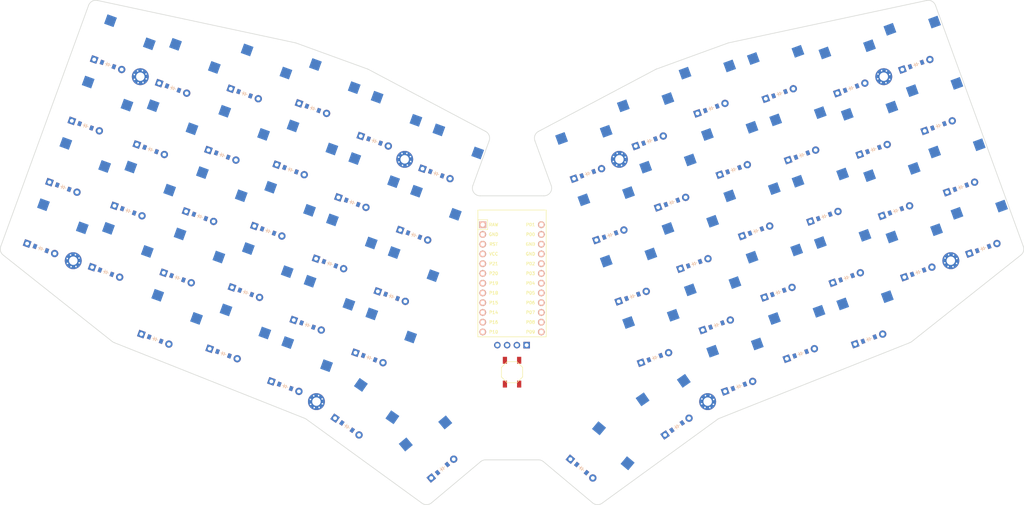
<source format=kicad_pcb>
(kicad_pcb (version 20241229) (generator "pcbnew") (generator_version "9.0")
  (title_block (title "tutorial") (rev "v1.0.0") (company "Unknown"))
  (layers (0 "F.Cu" signal) (2 "B.Cu" signal) (13 "F.Paste" user) (15 "B.Paste" user) (5 "F.SilkS" user) (7 "B.SilkS" user) (1 "F.Mask" user) (3 "B.Mask" user) (25 "Edge.Cuts" user))
  (net 0 "")
  (net 1 "P14")
  (net 2 "outer_bottom")
  (net 3 "outer_home")
  (net 4 "outer_top")
  (net 5 "outer_num")
  (net 6 "P16")
  (net 7 "pinky_bottom")
  (net 8 "pinky_home")
  (net 9 "pinky_top")
  (net 10 "pinky_num")
  (net 11 "ring_mod")
  (net 12 "P10")
  (net 13 "ring_bottom")
  (net 14 "ring_home")
  (net 15 "ring_top")
  (net 16 "ring_num")
  (net 17 "middle_mod")
  (net 18 "P7")
  (net 19 "middle_bottom")
  (net 20 "middle_home")
  (net 21 "middle_top")
  (net 22 "middle_num")
  (net 23 "index_mod")
  (net 24 "P8")
  (net 25 "index_bottom")
  (net 26 "index_home")
  (net 27 "index_top")
  (net 28 "index_num")
  (net 29 "P9")
  (net 30 "inner_bottom")
  (net 31 "inner_home")
  (net 32 "inner_top")
  (net 33 "inner_num")
  (net 34 "layer_cluster")
  (net 35 "space_cluster")
  (net 36 "mirror_outer_bottom")
  (net 37 "mirror_outer_home")
  (net 38 "mirror_outer_top")
  (net 39 "mirror_outer_num")
  (net 40 "mirror_pinky_bottom")
  (net 41 "mirror_pinky_home")
  (net 42 "mirror_pinky_top")
  (net 43 "mirror_pinky_num")
  (net 44 "mirror_ring_mod")
  (net 45 "mirror_ring_bottom")
  (net 46 "mirror_ring_home")
  (net 47 "mirror_ring_top")
  (net 48 "mirror_ring_num")
  (net 49 "mirror_middle_mod")
  (net 50 "mirror_middle_bottom")
  (net 51 "mirror_middle_home")
  (net 52 "mirror_middle_top")
  (net 53 "mirror_middle_num")
  (net 54 "mirror_index_mod")
  (net 55 "mirror_index_bottom")
  (net 56 "mirror_index_home")
  (net 57 "mirror_index_top")
  (net 58 "mirror_index_num")
  (net 59 "mirror_inner_bottom")
  (net 60 "mirror_inner_home")
  (net 61 "mirror_inner_top")
  (net 62 "mirror_inner_num")
  (net 63 "mirror_layer_cluster")
  (net 64 "mirror_space_cluster")
  (net 65 "P18")
  (net 66 "P19")
  (net 67 "P20")
  (net 68 "P21")
  (net 69 "P15")
  (net 70 "P5")
  (net 71 "P4")
  (net 72 "P0")
  (net 73 "P1")
  (net 74 "P6")
  (net 75 "RAW")
  (net 76 "GND")
  (net 77 "RST")
  (net 78 "VCC")
  (net 79 "P2")
  (net 80 "P3")
  (footprint "E73:SW_TACT_ALPS_SKQGABE010" (layer "F.Cu") (at 186.452004 149.098264 -90)
    (property "Reference" "B1" (hide yes))
    (property "Value" "" (hide yes))
  )
  (footprint "ComboDiode" (layer "F.Cu") (at 81.314517 68.970641 -20)
    (property "Reference" "D4" (hide yes))
    (property "Value" "" (hide yes))
  )
  (footprint "PG1350" (layer "F.Cu") (at 290.40795 118.352864 20)
    (property "Reference" "S34" (hide yes))
    (property "Value" "" (hide yes))
  )
  (footprint "MountingHole_2.2mm_M2_Pad_Via" (layer "F.Cu") (at 158.524084 93.667257 -20)
    (property "Reference" "_3" (hide yes))
    (property "Value" "")
  )
  (footprint "ComboDiode" (layer "F.Cu") (at 117.180042 128.316358 -20)
    (property "Reference" "D15" (hide yes))
    (property "Value" "" (hide yes))
  )
  (footprint "ComboDiode" (layer "F.Cu") (at 122.994385 112.341584 -20)
    (property "Reference" "D16" (hide yes))
    (property "Value" "" (hide yes))
  )
  (footprint "PG1350" (layer "F.Cu") (at 156.823319 124.654309 -20)
    (property "Reference" "S25" (hide yes))
    (property "Value" "" (hide yes))
  )
  (footprint "ComboDiode" (layer "F.Cu") (at 166.741903 97.403223 -20)
    (property "Reference" "D27" (hide yes))
    (property "Value" "" (hide yes))
  )
  (footprint "ComboDiode" (layer "F.Cu") (at 223.605132 145.327546 20)
    (property "Reference" "D53" (hide yes))
    (property "Value" "" (hide yes))
  )
  (footprint "PG1350" (layer "F.Cu") (at 220.511421 84.199165 20)
    (property "Reference" "S52" (hide yes))
    (property "Value" "" (hide yes))
  )
  (footprint "ComboDiode" (layer "F.Cu") (at 256.050456 76.584903 20)
    (property "Reference" "D42" (hide yes))
    (property "Value" "" (hide yes))
  )
  (footprint "PG1350" (layer "F.Cu") (at 271.783382 119.810764 20)
    (property "Reference" "S39" (hide yes))
    (property "Value" "" (hide yes))
  )
  (footprint "PG1350" (layer "F.Cu") (at 278.779265 86.403315 20)
    (property "Reference" "S36" (hide yes))
    (property "Value" "" (hide yes))
  )
  (footprint "ComboDiode" (layer "F.Cu") (at 128.808727 96.366809 -20)
    (property "Reference" "D17" (hide yes))
    (property "Value" "" (hide yes))
  )
  (footprint "PG1350" (layer "F.Cu") (at 77.210275 80.246953 -20)
    (property "Reference" "S3" (hide yes))
    (property "Value" "" (hide yes))
  )
  (footprint "PG1350" (layer "F.Cu") (at 129.135217 148.098264 -20)
    (property "Reference" "S19" (hide yes))
    (property "Value" "" (hide yes))
  )
  (footprint "PG1350" (layer "F.Cu") (at 260.154697 87.861215 20)
    (property "Reference" "S41" (hide yes))
    (property "Value" "" (hide yes))
  )
  (footprint "PG1350" (layer "F.Cu") (at 254.013865 123.617895 20)
    (property "Reference" "S44" (hide yes))
    (property "Value" "" (hide yes))
  )
  (footprint "ComboDiode" (layer "F.Cu") (at 255.723965 128.316358 20)
    (property "Reference" "D44" (hide yes))
    (property "Value" "" (hide yes))
  )
  (footprint "ComboDiode" (layer "F.Cu") (at 143.522097 163.263044 -35)
    (property "Reference" "D28" (hide yes))
    (property "Value" "" (hide yes))
  )
  (footprint "PG1350" (layer "F.Cu") (at 118.890143 123.617895 -20)
    (property "Reference" "S15" (hide yes))
    (property "Value" "" (hide yes))
  )
  (footprint "MountingHole_2.2mm_M2_Pad_Via" (layer "F.Cu") (at 214.379924 93.667257 20)
    (property "Reference" "_7" (hide yes))
    (property "Value" "")
  )
  (footprint "ComboDiode" (layer "F.Cu") (at 139.053801 120.847178 -20)
    (property "Reference" "D21" (hide yes))
    (property "Value" "" (hide yes))
  )
  (footprint "ComboDiode" (layer "F.Cu") (at 105.224867 108.534453 -20)
    (property "Reference" "D11" (hide yes))
    (property "Value" "" (hide yes))
  )
  (footprint "ComboDiode" (layer "F.Cu") (at 228.035864 104.872403 20)
    (property "Reference" "D51" (hide yes))
    (property "Value" "" (hide yes))
  )
  (footprint "ComboDiode" (layer "F.Cu") (at 133.239459 136.821952 -20)
    (property "Reference" "D20" (hide yes))
    (property "Value" "" (hide yes))
  )
  (footprint "ComboDiode" (layer "F.Cu") (at 150.682486 88.897629 -20)
    (property "Reference" "D23" (hide yes))
    (property "Value" "" (hide yes))
  )
  (footprint "ComboDiode" (layer "F.Cu") (at 206.162104 97.403223 20)
    (property "Reference" "D56" (hide yes))
    (property "Value" "" (hide yes))
  )
  (footprint "ComboDiode" (layer "F.Cu") (at 261.538308 144.291133 20)
    (property "Reference" "D43" (hide yes))
    (property "Value" "" (hide yes))
  )
  (footprint "ComboDiode" (layer "F.Cu") (at 92.414642 91.101778 -20)
    (property "Reference" "D7" (hide yes))
    (property "Value" "" (hide yes))
  )
  (footprint "ComboDiode" (layer "F.Cu") (at 144.868144 104.872403 -20)
    (property "Reference" "D22" (hide yes))
    (property "Value" "" (hide yes))
  )
  (footprint "PG1350" (layer "F.Cu") (at 242.38518 91.668346 20)
    (property "Reference" "S46" (hide yes))
    (property "Value" "" (hide yes))
  )
  (footprint "ComboDiode" (layer "F.Cu") (at 93.596182 140.484002 -20)
    (property "Reference" "D9" (hide yes))
    (property "Value" "" (hide yes))
  )
  (footprint "ComboDiode" (layer "F.Cu") (at 233.850206 120.847178 20)
    (property "Reference" "D50" (hide yes))
    (property "Value" "" (hide yes))
  )
  (footprint "PG1350" (layer "F.Cu") (at 146.389979 159.167283 -35)
    (property "Reference" "S28" (hide yes))
    (property "Value" "" (hide yes))
  )
  (footprint "ComboDiode" (layer "F.Cu") (at 99.410525 124.509227 -20)
    (property "Reference" "D10" (hide yes))
    (property "Value" "" (hide yes))
  )
  (footprint "PG1350" (layer "F.Cu") (at 259.828207 139.59267 20)
    (property "Reference" "S43" (hide yes))
    (property "Value" "" (hide yes))
  )
  (footprint "PG1350" (layer "F.Cu") (at 71.395933 96.221727 -20)
    (property "Reference" "S2" (hide yes))
    (property "Value" "" (hide yes))
  )
  (footprint "PG1350" (layer "F.Cu") (at 101.120625 119.810764 -20)
    (property "Reference" "S10" (hide yes))
    (property "Value" "" (hide yes))
  )
  (footprint "PG1350" (layer "F.Cu") (at 216.080689 124.654309 20)
    (property "Reference" "S54" (hide yes))
    (property "Value" "" (hide yes))
  )
  (footprint "ComboDiode" (layer "F.Cu") (at 244.09528 96.366809 20)
    (property "Reference" "D46" (hide yes))
    (property "Value" "" (hide yes))
  )
  (footprint "PG1350" (layer "F.Cu") (at 254.340355 71.88644 20)
    (property "Reference" "S42" (hide yes))
    (property "Value" "" (hide yes))
  )
  (footprint "PG1350" (layer "F.Cu") (at 162.637661 108.679534 -20)
    (property "Reference" "S26" (hide yes))
    (property "Value" "" (hide yes))
  )
  (footprint "ComboDiode" (layer "F.Cu") (at 98.228984 75.127004 -20)
    (property "Reference" "D8" (hide yes))
    (property "Value" "" (hide yes))
  )
  (footprint "ComboDiode" (layer "F.Cu") (at 111.3657 144.291133 -20)
    (property "Reference" "D14" (hide yes))
    (property "Value" "" (hide yes))
  )
  (footprint "PG1350" (layer "F.Cu") (at 113.0758 139.59267 -20)
    (property "Reference" "S14" (hide yes))
    (property "Value" "" (hide yes))
  )
  (footprint "ComboDiode" (layer "F.Cu") (at 222.221521 88.897629 20)
    (property "Reference" "D52" (hide yes))
    (property "Value" "" (hide yes))
  )
  (footprint "ComboDiode" (layer "F.Cu") (at 291.589491 68.970641 20)
    (property "Reference" "D33" (hide yes))
    (property "Value" "" (hide yes))
  )
  (footprint "ComboDiode" (layer "F.Cu") (at 229.381911 163.263044 35)
    (property "Reference" "D57" (hide yes))
    (property "Value" "" (hide yes))
  )
  (footprint "MountingHole_2.2mm_M2_Pad_Via" (layer "F.Cu") (at 135.557431 156.767616 -20)
    (property "Reference" "_4" (hide yes))
    (property "Value" "")
  )
  (footprint "PG1350" (layer "F.Cu") (at 265.96904 103.835989 20)
    (property "Reference" "S40" (hide yes))
    (property "Value" "" (hide yes))
  )
  (footprint "ComboDiode" (layer "F.Cu") (at 280.489366 91.101778 20)
    (property "Reference" "D36" (hide yes))
    (property "Value" "" (hide yes))
  )
  (footprint "PG1350" (layer "F.Cu") (at 226.325763 100.17394 20)
    (property "Reference" "S51" (hide yes))
    (property "Value" "" (hide yes))
  )
  (footprint "PG1350" (layer "F.Cu") (at 95.306283 135.785539 -20)
    (property "Reference" "S9" (hide yes))
    (property "Value" "" (hide yes))
  )
  (footprint "ComboDiode" (layer "F.Cu") (at 134.623069 80.392034 -20)
    (property "Reference" "D18" (hide yes))
    (property "Value" "" (hide yes))
  )
  (footprint "ComboDiode" (layer "F.Cu") (at 261.864798 92.559678 20)
    (property "Reference" "D41" (hide yes))
    (property "Value" "" (hide yes))
  )
  (footprint "ComboDiode" (layer "F.Cu") (at 279.307825 140.484002 20)
    (property "Reference" "D38" (hide yes))
    (property "Value" "" (hide yes))
  )
  (footprint "ComboDiode" (layer "F.Cu") (at 245.478891 152.796727 20)
    (property "Reference" "D48" (hide yes))
    (property "Value" "" (hide yes))
  )
  (footprint "PG1350" (layer "F.Cu") (at 277.597725 135.785539 20)
    (property "Reference" "S38" (hide yes))
    (property "Value" "" (hide yes))
  )
  (footprint "PG1350" (layer "F.Cu") (at 221.895031 140.629083 20)
    (property "Reference" "S53" (hide yes))
    (property "Value" "" (hide yes))
  )
  (footprint "PG1350" (layer "F.Cu") (at 112.74931 87.861215 -20)
    (property "Reference" "S12" (hide yes))
    (property "Value" "" (hide yes))
  )
  (footprint "MountingHole_2.2mm_M2_Pad_Via" (layer "F.Cu") (at 300.609486 120.067116 20)
    (property "Reference" "_6" (hide yes))
    (property "Value" "")
  )
  (footprint "PG1350" (layer "F.Cu") (at 94.124742 86.403315 -20)
    (property "Reference" "S7" (hide yes))
    (property "Value" "" (hide yes))
  )
  (footprint "ComboDiode" (layer "F.Cu") (at 86.600299 107.076553 -20)
    (property "Reference" "D6" (hide yes))
    (property "Value" "" (hide yes))
  )
  (footprint "ComboDiode" (layer "F.Cu") (at 297.403833 84.945416 20)
    (property "Reference" "D32" (hide yes))
    (property "Value" "" (hide yes))
  )
  (footprint "ComboDiode" (layer "F.Cu") (at 274.675023 75.127004 20)
    (property "Reference" "D37" (hide yes))
    (property "Value" "" (hide yes))
  )
  (footprint "ComboDiode" (layer "F.Cu") (at 309.032518 116.894965 20)
    (property "Reference" "D30" (hide yes))
    (property "Value" "" (hide yes))
  )
  (footprint "PG1350" (layer "F.Cu") (at 130.518828 91.668346 -20)
    (property "Reference" "S17" (hide yes))
    (property "Value" "" (hide yes))
  )
  (footprint "ProMicro" (layer "F.Cu") (at 186.452004 124.654309 -90)
    (property "Reference" "MCU1" (hide yes))
    (property "Value" "" (hide yes))
  )
  (footprint "ComboDiode" (layer "F.Cu") (at 238.280938 80.392034 20)
    (property "Reference" "D47" (hide yes))
    (property "Value" "" (hide yes))
  )
  (footprint "ComboDiode" (layer "F.Cu") (at 63.871489 116.894965 -20)
    (property "Reference" "D1" (hide yes))
    (property "Value" "" (hide yes))
  )
  (footprint "ComboDiode" (layer "F.Cu") (at 303.218176 100.92019 20)
    (property "Reference" "D31" (hide yes))
    (property "Value" "" (hide yes))
  )
  (footprint "ComboDiode" (layer "F.Cu") (at 217.790789 129.352772 20)
    (property "Reference" "D54" (hide yes))
    (property "Value" "" (hide yes))
  )
  (footprint "PG1350" (layer "F.Cu") (at 248.199522 107.64312 20)
    (property "Reference" "S45" (hide yes))
    (property "Value" "" (hide yes))
  )
  (footprint "PG1350" (layer "F.Cu") (at 237.954448 132.123489 20)
    (property "Reference" "S49" (hide yes))
    (property "Value" "" (hide yes))
  )
  (footprint "PG1350" (layer "F.Cu") (at 236.570837 75.693571 20)
    (property "Reference" "S47" (hide yes))
    (property "Value" "" (hide yes))
  )
  (footprint "PG1350" (layer "F.Cu") (at 83.024618 64.272178 -20)
    (property "Reference" "S4" (hide yes))
    (property "Value" "" (hide yes))
  )
  (footprint "PG1350" (layer "F.Cu") (at 151.008976 140.629083 -20)
    (property "Reference" "S24" (hide yes))
    (property "Value" "" (hide yes))
  )
  (footprint "ComboDiode" (layer "F.Cu") (at 292.118051 123.051328 20)
    (property "Reference" "D34" (hide yes))
    (property "Value" "" (hide yes))
  )
  (footprint "PG1350" (layer "F.Cu") (at 284.593608 102.37809 20)
    (property "Reference" "S35" (hide yes))
    (property "Value" "" (hide yes))
  )
  (footprint "MountingHole_2.2mm_M2_Pad_Via" (layer "F.Cu") (at 283.166459 72.142792 20)
    (property "Reference" "_5" (hide yes))
    (property "Value" "")
  )
  (footprint "PG1350" (layer "F.Cu") (at 106.934968 103.835989 -20)
    (property "Reference" "S11" (hide yes))
    (property "Value" "" (hide yes))
  )
  (footprint "ComboDiode" (layer "F.Cu") (at 149.298876 145.327546 -20)
    (property "Reference" "D24" (hide yes))
    (property "Value" "" (hide yes))
  )
  (footprint "PG1350" (layer "F.Cu") (at 210.266346 108.679534 20)
    (property "Reference" "S55" (hide yes))
    (property "Value" "" (hide yes))
  )
  (footprint "ComboDiode" (layer "F.Cu") (at 239.664549 136.821952 20)
    (property "Reference" "D49" (hide yes))
    (property "Value" "" (hide yes))
  )
  (footprint "ComboDiode" (layer "F.Cu") (at 69.685832 100.92019 -20)
    (property "Reference" "D2" (hide yes))
    (property "Value" "" (hide yes))
  )
  (footprint "PG1350" (layer "F.Cu") (at 82.496057 118.352864 -20)
    (property "Reference" "S5" (hide yes))
    (property "Value" "" (hide yes))
  )
  (footprint "ComboDiode" (layer "F.Cu") (at 273.493483 124.509227 20)
    (property "Reference" "D39" (hide yes))
    (property "Value" "" (hide yes))
  )
  (footprint "PG1350" (layer "F.Cu") (at 307.322417 112.196502 20)
    (property "Reference" "S30" (hide yes))
    (property "Value" "" (hide yes))
  )
  (footprint "MountingHole_2.2mm_M2_Pad_Via" (layer "F.Cu") (at 237.346577 156.767616 20)
    (property "Reference" "_8" (hide yes))
    (property "Value" "")
  )
  (footprint "PG1350" (layer "F.Cu") (at 168.452004 92.70476 -20)
    (property "Reference" "S27" (hide yes))
    (property "Value" "" (hide yes))
  )
  (footprint "PG1350" (layer "F.Cu") (at 207.765121 170.374335 -40)
    (property "Reference" "S58" (hide yes))
    (property "Value" "" (hide yes))
  )
  (footprint "ComboDiode" (layer "F.Cu") (at 127.425117 152.796727 -20)
    (property "Reference" "D19" (hide yes))
    (property "Value" "" (hide yes))
  )
  (footprint "PG1350" (layer "F.Cu") (at 204.452004 92.70476 20)
    (property "Reference" "S56" (hide yes))
    (property "Value" "" (hide yes))
  )
  (footprint "lib:OLED_headers" (layer "F.Cu") (at 180.452004 143.654309 90)
    (property "Reference" "OLED1" (hide yes))
    (property "Value" "OLED")
  )
  (footprint "PG1350" (layer "F.Cu") (at 140.763902 116.148715 -20)
    (property "Reference" "S21" (hide yes))
    (property "Value" "" (hide yes))
  )
  (footprint "ComboDiode" (layer "F.Cu") (at 267.67914 108.534453 20)
    (property "Reference" "D40" (hide yes))
    (property "Value" "" (hide yes))
  )
  (footprint "PG1350" (layer "F.Cu") (at 243.76879 148.098264 20)
    (property "Reference" "S48" (hide yes))
    (property "Value" "" (hide yes))
  )
  (footprint "PG1350" (layer "F.Cu") (at 146.578245 100.17394 -20)
    (property "Reference" "S22" (hide yes))
    (property "Value" "" (hide yes))
  )
  (footprint "PG1350" (layer "F.Cu") (at 136.33317 75.693571 -20)
    (property "Reference" "S18" (hide yes))
    (property "Value" "" (hide yes))
  )
  (footprint "PG1350" (layer "F.Cu") (at 272.964923 70.428541 20)
    (property "Reference" "S37" (hide yes))
    (property "Value" "" (hide yes))
  )
  (footprint "ComboDiode" (layer "F.Cu") (at 155.113218 129.352772 -20)
    (property "Reference" "D25" (hide yes))
    (property "Value" "" (hide yes))
  )
  (footprint "ComboDiode" (layer "F.Cu") (at 204.551183 174.204557 -40)
    (property "Reference" "D58" (hide yes))
    (property "Value" "" (hide yes))
  )
  (footprint "PG1350" (layer "F.Cu") (at 134.94956 132.123489 -20)
    (property "Reference" "S20" (hide yes))
    (property "Value" "" (hide yes))
  )
  (footprint "MountingHole_2.2mm_M2_Pad_Via" (layer "F.Cu") (at 89.737548 72.142792 -20)
    (property "Reference" "_1" (hide yes))
    (property "Value" "")
  )
  (footprint "MountingHole_2.2mm_M2_Pad_Via" (layer "F.Cu") (at 72.294521 120.067116 -20)
    (property "Reference" "_2" (hide yes))
    (property "Value" "")
  )
  (footprint "ComboDiode" (layer "F.Cu") (at 111.039209 92.559678 -20)
    (property "Reference" "D12" (hide yes))
    (property "Value" "" (hide yes))
  )
  (footprint "PG1350" (layer "F.Cu") (at 124.704485 107.64312 -20)
    (property "Reference" "S16" (hide yes))
    (property "Value" "" (hide yes))
  )
  (footprint "PG1350" (layer "F.Cu") (at 152.392587 84.199165 -20)
    (property "Reference" "S23" (hide yes))
    (property "Value" "" (hide yes))
  )
  (footprint "PG1350" (layer "F.Cu") (at 65.58159 112.196502 -20)
    (property "Reference" "S1" (hide yes))
    (property "Value" "" (hide yes))
  )
  (footprint "ComboDiode" (layer "F.Cu") (at 160.927561 113.377997 -20)
    (property "Reference" "D26" (hide yes))
    (property "Value" "" (hide yes))
  )
  (footprint "PG1350" (layer "F.Cu") (at 226.514029 159.167283 35)
    (property "Reference" "S57" (hide yes))
    (property "Value" "" (hide yes))
  )
  (footprint "ComboDiode" (layer "F.Cu") (at 286.303708 107.076553 20)
    (property "Reference" "D35" (hide yes))
    (property "Value" "" (hide yes))
  )
  (footprint "ComboDiode" (layer "F.Cu") (at 80.785957 123.051328 -20)
    (property "Reference" "D5" (hide yes))
    (property "Value" "" (hide yes))
  )
  (footprint "PG1350" (layer "F.Cu") (at 165.138887 170.374335 40)
    (property "Reference" "S29" (hide yes))
    (property "Value" "" (hide yes))
  )
  (footprint "PG1350" (layer "F.Cu") (at 118.563653 71.88644 -20)
    (property "Reference" "S13" (hide yes))
    (property "Value" "" (hide yes))
  )
  (footprint "ComboDiode" (layer "F.Cu") (at 75.500174 84.945416 -20)
    (property "Reference" "D3" (hide yes))
    (property "Value" "" (hide yes))
  )
  (footprint "ComboDiode" (layer "F.Cu") (at 116.853552 76.584903 -20)
    (property "Reference" "D13" (hide yes))
    (property "Value" "" (hide yes))
  )
  (footprint "PG1350" (layer "F.Cu") (at 295.693732 80.246953 20)
    (property "Reference" "S32" (hide yes))
    (property "Value" "" (hide yes))
  )
  (footprint "ComboDiode" (layer "F.Cu") (at 249.909623 112.341584 20)
    (property "Reference" "D45" (hide yes))
    (property "Value" "" (hide yes))
  )
  (footprint "PG1350" (layer "F.Cu") (at 88.3104 102.37809 -20)
    (property "Reference" "S6" (hide yes))
    (property "Value" "" (hide yes))
  )
  (footprint "PG1350" (layer "F.Cu") (at 99.939085 70.428541 -20)
    (property "Reference" "S8" (hide yes))
    (property "Value" "" (hide yes))
  )
  (footprint "PG1350" (layer "F.Cu") (at 232.140105 116.148715 20)
    (property "Reference" "S50" (hide yes))
    (property "Value" "" (hide yes))
  )
  (footprint "ComboDiode" (layer "F.Cu") (at 168.352825 174.204557 40)
    (property "Reference" "D29" (hide yes))
    (property "Value" "" (hide yes))
  )
  (footprint "ComboDiode" (layer "F.Cu") (at 211.976447 113.377997 20)
    (property "Reference" "D55" (hide yes))
    (property "Value" "" (hide yes))
  )
  (footprint "PG1350" (layer "F.Cu") (at 301.508075 96.221727 20)
    (property "Reference" "S31" (hide yes))
    (property "Value" "" (hide yes))
  )
  (footprint "PG1350" (layer "F.Cu") (at 289.87939 64.272178 20)
    (property "Reference" "S33" (hide yes))
    (property "Value" "" (hide yes))
  )
  (gr_line (start 180.502521 88.834281) (end 176.26069 100.488615) (stroke (width 0.15)) (layer "Edge.Cuts"))
  (gr_line (start 149.101438 70.251388) (end 179.559216 86.382826) (stroke (width 0.15)) (layer "Edge.Cuts"))
  (gr_line (start 289.970298 141.401208) (end 240.388094 161.120571) (stroke (width 0.15)) (layer "Edge.Cuts"))
  (gr_line (start 193.344791 86.382826) (end 223.802569 70.251388) (stroke (width 0.15)) (layer "Edge.Cuts"))
  (gr_arc (start 54.064635 118.599465) (mid 53.383284 117.57681) (end 53.428501 116.348796) (stroke (width 0.15)) (layer "Edge.Cuts"))
  (gr_line (start 130.315325 63.393566) (end 148.849398 70.139417) (stroke (width 0.15)) (layer "Edge.Cuts"))
  (gr_arc (start 178.28655 172.396208) (mid 178.888085 172.048912) (end 179.572125 171.928297) (stroke (width 0.15)) (layer "Edge.Cuts"))
  (gr_arc (start 132.515914 161.120571) (mid 132.74189 161.227245) (end 132.9528 161.361265) (stroke (width 0.15)) (layer "Edge.Cuts"))
  (gr_line (start 239.951207 161.361265) (end 209.878915 183.22222) (stroke (width 0.15)) (layer "Edge.Cuts"))
  (gr_arc (start 196.643318 100.488616) (mid 196.402237 102.319809) (end 194.763933 103.172656) (stroke (width 0.15)) (layer "Edge.Cuts"))
  (gr_arc (start 294.324348 52.289717) (mid 295.711543 52.495312) (end 296.622726 53.561297) (stroke (width 0.15)) (layer "Edge.Cuts"))
  (gr_line (start 178.28655 172.396208) (end 165.486666 183.136586) (stroke (width 0.15)) (layer "Edge.Cuts"))
  (gr_arc (start 148.849398 70.139417) (mid 148.97735 70.191053) (end 149.101438 70.251388) (stroke (width 0.15)) (layer "Edge.Cuts"))
  (gr_arc (start 165.486666 183.136586) (mid 164.270625 183.603288) (end 163.025092 183.22222) (stroke (width 0.15)) (layer "Edge.Cuts"))
  (gr_arc (start 319.475507 116.348795) (mid 319.520724 117.576809) (end 318.839373 118.599465) (stroke (width 0.15)) (layer "Edge.Cuts"))
  (gr_line (start 178.140075 103.172656) (end 194.763933 103.172656) (stroke (width 0.15)) (layer "Edge.Cuts"))
  (gr_arc (start 239.951208 161.361265) (mid 240.162118 161.227245) (end 240.388094 161.120571) (stroke (width 0.15)) (layer "Edge.Cuts"))
  (gr_line (start 207.417341 183.136586) (end 194.617457 172.396208) (stroke (width 0.15)) (layer "Edge.Cuts"))
  (gr_arc (start 82.933709 141.401208) (mid 82.67096 141.273766) (end 82.42957 141.10942) (stroke (width 0.15)) (layer "Edge.Cuts"))
  (gr_line (start 82.42957 141.10942) (end 54.064635 118.599465) (stroke (width 0.15)) (layer "Edge.Cuts"))
  (gr_line (start 132.515914 161.120571) (end 82.933709 141.401208) (stroke (width 0.15)) (layer "Edge.Cuts"))
  (gr_arc (start 179.559216 86.382825) (mid 180.489715 87.431992) (end 180.502521 88.834281) (stroke (width 0.15)) (layer "Edge.Cuts"))
  (gr_arc (start 192.401487 88.83428) (mid 192.414293 87.431991) (end 193.344792 86.382826) (stroke (width 0.15)) (layer "Edge.Cuts"))
  (gr_arc (start 223.80257 70.251388) (mid 223.926658 70.191053) (end 224.05461 70.139417) (stroke (width 0.15)) (layer "Edge.Cuts"))
  (gr_arc (start 76.281282 53.561296) (mid 77.192466 52.495312) (end 78.57966 52.289718) (stroke (width 0.15)) (layer "Edge.Cuts"))
  (gr_line (start 196.643318 100.488615) (end 192.401487 88.834281) (stroke (width 0.15)) (layer "Edge.Cuts"))
  (gr_line (start 224.05461 70.139417) (end 242.588682 63.393566) (stroke (width 0.15)) (layer "Edge.Cuts"))
  (gr_arc (start 193.331882 171.928297) (mid 194.015922 172.048912) (end 194.617457 172.396208) (stroke (width 0.15)) (layer "Edge.Cuts"))
  (gr_arc (start 242.588682 63.393566) (mid 242.71989 63.350875) (end 242.85373 63.317332) (stroke (width 0.15)) (layer "Edge.Cuts"))
  (gr_arc (start 290.474437 141.10942) (mid 290.233047 141.273766) (end 289.970298 141.401208) (stroke (width 0.15)) (layer "Edge.Cuts"))
  (gr_line (start 163.025092 183.22222) (end 132.9528 161.361265) (stroke (width 0.15)) (layer "Edge.Cuts"))
  (gr_line (start 242.85373 63.317332) (end 294.324348 52.289718) (stroke (width 0.15)) (layer "Edge.Cuts"))
  (gr_line (start 193.331882 171.928297) (end 179.572125 171.928297) (stroke (width 0.15)) (layer "Edge.Cuts"))
  (gr_line (start 53.428501 116.348796) (end 76.281282 53.561297) (stroke (width 0.15)) (layer "Edge.Cuts"))
  (gr_arc (start 209.878915 183.222221) (mid 208.633382 183.603288) (end 207.417341 183.136586) (stroke (width 0.15)) (layer "Edge.Cuts"))
  (gr_line (start 78.57966 52.289718) (end 130.050277 63.317332) (stroke (width 0.15)) (layer "Edge.Cuts"))
  (gr_line (start 296.622726 53.561297) (end 319.475506 116.348796) (stroke (width 0.15)) (layer "Edge.Cuts"))
  (gr_line (start 318.839373 118.599465) (end 290.474438 141.10942) (stroke (width 0.15)) (layer "Edge.Cuts"))
  (gr_arc (start 130.050277 63.317332) (mid 130.184117 63.350875) (end 130.315325 63.393566) (stroke (width 0.15)) (layer "Edge.Cuts"))
  (gr_arc (start 178.140074 103.172656) (mid 176.50177 102.319808) (end 176.26069 100.488615) (stroke (width 0.15)) (layer "Edge.Cuts"))
)
</source>
